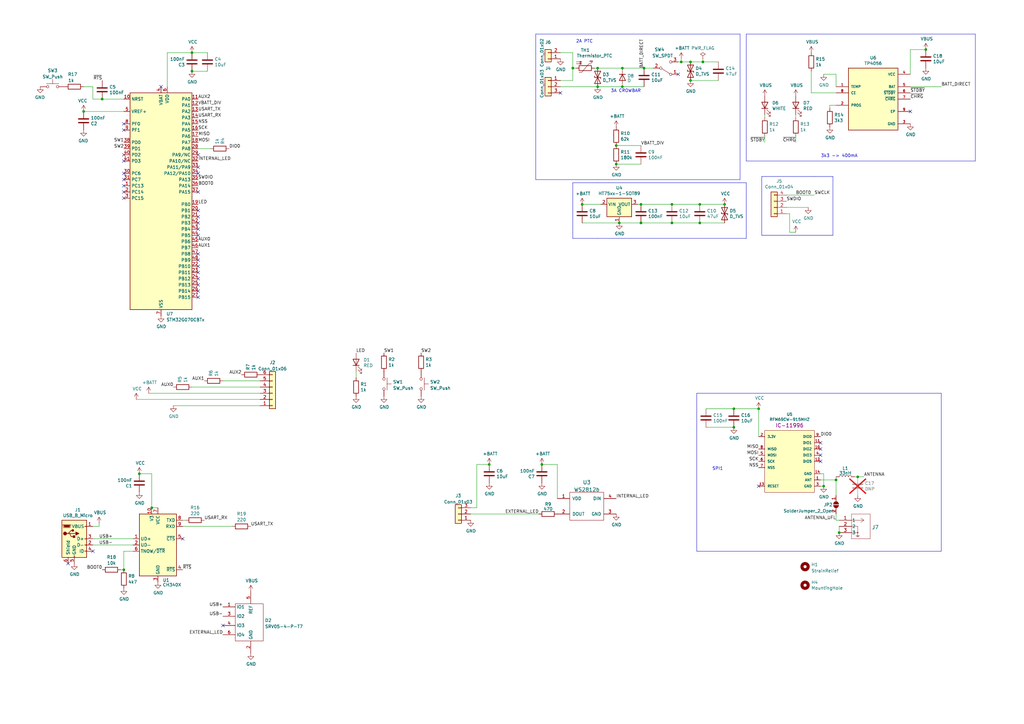
<source format=kicad_sch>
(kicad_sch (version 20230121) (generator eeschema)
  (paper "A3")
  (junction (at 234.95 27.94))
  (junction (at 34.29 45.72))
  (junction (at 283.21 25.4))
  (junction (at 264.16 27.94))
  (junction (at 62.23 208.28))
  (junction (at 245.11 35.56))
  (junction (at 379.73 20.32))
  (junction (at 252.73 67.31))
  (junction (at 344.17 218.44))
  (junction (at 351.79 195.58))
  (junction (at 78.74 21.59))
  (junction (at 311.15 167.64))
  (junction (at 287.02 83.82))
  (junction (at 275.59 91.44))
  (junction (at 300.99 175.26))
  (junction (at 200.66 190.5))
  (junction (at 297.18 83.82))
  (junction (at 78.74 29.21))
  (junction (at 288.29 25.4))
  (junction (at 238.76 83.82))
  (junction (at 275.59 83.82))
  (junction (at 342.9 196.85))
  (junction (at 41.91 40.64))
  (junction (at 255.27 27.94))
  (junction (at 283.21 33.02))
  (junction (at 245.11 27.94))
  (junction (at 262.89 83.82))
  (junction (at 262.89 91.44))
  (junction (at 255.27 35.56))
  (junction (at 57.15 194.31))
  (junction (at 222.25 190.5))
  (junction (at 300.99 167.64))
  (junction (at 337.82 199.39))
  (junction (at 279.4 25.4))
  (junction (at 287.02 91.44))
  (junction (at 252.73 59.69))
  (junction (at 50.8 233.68))
  (junction (at 254 91.44))
  (no_connect (at 81.28 91.44))
  (no_connect (at 336.55 186.69))
  (no_connect (at 81.28 68.58))
  (no_connect (at 81.28 119.38))
  (no_connect (at 38.1 226.06))
  (no_connect (at 50.8 78.74))
  (no_connect (at 50.8 73.66))
  (no_connect (at 50.8 71.12))
  (no_connect (at 81.28 96.52))
  (no_connect (at 81.28 86.36))
  (no_connect (at 278.13 30.48))
  (no_connect (at 336.55 181.61))
  (no_connect (at 81.28 114.3))
  (no_connect (at 50.8 53.34))
  (no_connect (at 81.28 109.22))
  (no_connect (at 311.15 199.39))
  (no_connect (at 336.55 184.15))
  (no_connect (at 81.28 63.5))
  (no_connect (at 81.28 88.9))
  (no_connect (at 81.28 111.76))
  (no_connect (at 81.28 93.98))
  (no_connect (at 50.8 81.28))
  (no_connect (at 373.38 45.72))
  (no_connect (at 66.04 35.56))
  (no_connect (at 81.28 78.74))
  (no_connect (at 27.94 231.14))
  (no_connect (at 50.8 50.8))
  (no_connect (at 81.28 71.12))
  (no_connect (at 50.8 76.2))
  (no_connect (at 50.8 66.04))
  (no_connect (at 229.87 38.1))
  (no_connect (at 81.28 106.68))
  (no_connect (at 81.28 116.84))
  (no_connect (at 74.93 220.98))
  (no_connect (at 336.55 189.23))
  (no_connect (at 81.28 121.92))
  (no_connect (at 91.44 256.54))
  (no_connect (at 50.8 63.5))
  (no_connect (at 81.28 104.14))
  (wire (pts (xy 311.15 179.07) (xy 311.15 167.64)))
  (wire (pts (xy 373.38 20.32) (xy 379.73 20.32)))
  (wire (pts (xy 200.66 190.5) (xy 195.58 190.5)))
  (wire (pts (xy 300.99 175.26) (xy 289.56 175.26)))
  (wire (pts (xy 340.36 44.45) (xy 340.36 43.18)))
  (polyline (pts (xy 400.05 13.97) (xy 400.05 66.04)))
  (wire (pts (xy 342.9 196.85) (xy 342.9 203.2)))
  (wire (pts (xy 326.39 48.26) (xy 326.39 46.99)))
  (wire (pts (xy 288.29 24.13) (xy 288.29 25.4)))
  (wire (pts (xy 342.9 210.82) (xy 342.9 213.36)))
  (wire (pts (xy 351.79 195.58) (xy 350.52 195.58)))
  (wire (pts (xy 323.85 95.25) (xy 323.85 87.63)))
  (wire (pts (xy 275.59 83.82) (xy 287.02 83.82)))
  (wire (pts (xy 38.1 40.64) (xy 41.91 40.64)))
  (polyline (pts (xy 334.01 72.39) (xy 341.63 72.39)))
  (wire (pts (xy 195.58 190.5) (xy 195.58 208.28)))
  (wire (pts (xy 222.25 190.5) (xy 228.6 190.5)))
  (wire (pts (xy 68.58 35.56) (xy 68.58 21.59)))
  (polyline (pts (xy 306.07 66.04) (xy 400.05 66.04)))
  (polyline (pts (xy 234.95 74.93) (xy 234.95 97.79)))
  (wire (pts (xy 262.89 67.31) (xy 252.73 67.31)))
  (polyline (pts (xy 234.95 97.79) (xy 245.11 97.79)))
  (wire (pts (xy 342.9 38.1) (xy 332.74 38.1)))
  (wire (pts (xy 34.29 35.56) (xy 38.1 35.56)))
  (polyline (pts (xy 285.75 161.29) (xy 386.08 161.29)))
  (wire (pts (xy 78.74 158.75) (xy 106.68 158.75)))
  (wire (pts (xy 344.17 215.9) (xy 344.17 218.44)))
  (wire (pts (xy 95.25 215.9) (xy 74.93 215.9)))
  (wire (pts (xy 50.8 226.06) (xy 50.8 233.68)))
  (polyline (pts (xy 341.63 96.52) (xy 334.01 96.52)))
  (polyline (pts (xy 285.75 226.06) (xy 285.75 161.29)))
  (wire (pts (xy 54.61 226.06) (xy 50.8 226.06)))
  (wire (pts (xy 313.69 48.26) (xy 313.69 46.99)))
  (wire (pts (xy 337.82 30.48) (xy 342.9 30.48)))
  (wire (pts (xy 91.44 156.21) (xy 106.68 156.21)))
  (polyline (pts (xy 400.05 13.97) (xy 306.07 13.97)))
  (wire (pts (xy 326.39 95.25) (xy 323.85 95.25)))
  (wire (pts (xy 38.1 220.98) (xy 54.61 220.98)))
  (wire (pts (xy 40.64 215.9) (xy 38.1 215.9)))
  (wire (pts (xy 62.23 194.31) (xy 62.23 208.28)))
  (wire (pts (xy 229.87 33.02) (xy 234.95 33.02)))
  (wire (pts (xy 287.02 83.82) (xy 297.18 83.82)))
  (wire (pts (xy 261.62 83.82) (xy 262.89 83.82)))
  (wire (pts (xy 193.04 210.82) (xy 220.98 210.82)))
  (wire (pts (xy 337.82 194.31) (xy 337.82 199.39)))
  (wire (pts (xy 81.28 60.96) (xy 86.36 60.96)))
  (wire (pts (xy 264.16 27.94) (xy 267.97 27.94)))
  (wire (pts (xy 254 91.44) (xy 262.89 91.44)))
  (wire (pts (xy 38.1 35.56) (xy 38.1 40.64)))
  (wire (pts (xy 323.85 87.63) (xy 322.58 87.63)))
  (wire (pts (xy 229.87 21.59) (xy 234.95 21.59)))
  (polyline (pts (xy 341.63 72.39) (xy 341.63 96.52)))
  (wire (pts (xy 106.68 166.37) (xy 71.12 166.37)))
  (wire (pts (xy 287.02 91.44) (xy 297.18 91.44)))
  (polyline (pts (xy 306.07 74.93) (xy 306.07 97.79)))
  (polyline (pts (xy 245.11 74.93) (xy 306.07 74.93)))
  (polyline (pts (xy 312.42 96.52) (xy 312.42 72.39)))
  (wire (pts (xy 255.27 35.56) (xy 245.11 35.56)))
  (wire (pts (xy 262.89 59.69) (xy 252.73 59.69)))
  (wire (pts (xy 279.4 25.4) (xy 283.21 25.4)))
  (wire (pts (xy 234.95 27.94) (xy 234.95 33.02)))
  (wire (pts (xy 60.96 161.29) (xy 106.68 161.29)))
  (polyline (pts (xy 334.01 96.52) (xy 312.42 96.52)))
  (wire (pts (xy 288.29 25.4) (xy 294.64 25.4)))
  (polyline (pts (xy 245.11 74.93) (xy 234.95 74.93)))
  (wire (pts (xy 373.38 30.48) (xy 373.38 20.32)))
  (wire (pts (xy 228.6 190.5) (xy 228.6 204.47)))
  (wire (pts (xy 336.55 196.85) (xy 342.9 196.85)))
  (wire (pts (xy 279.4 25.4) (xy 279.4 24.13)))
  (wire (pts (xy 283.21 33.02) (xy 294.64 33.02)))
  (polyline (pts (xy 245.11 97.79) (xy 306.07 97.79)))
  (wire (pts (xy 342.9 213.36) (xy 344.17 213.36)))
  (wire (pts (xy 245.11 27.94) (xy 255.27 27.94)))
  (wire (pts (xy 313.69 58.42) (xy 313.69 55.88)))
  (wire (pts (xy 340.36 43.18) (xy 342.9 43.18)))
  (wire (pts (xy 342.9 30.48) (xy 342.9 35.56)))
  (wire (pts (xy 49.53 233.68) (xy 50.8 233.68)))
  (wire (pts (xy 146.05 154.94) (xy 146.05 152.4)))
  (wire (pts (xy 255.27 27.94) (xy 264.16 27.94)))
  (wire (pts (xy 229.87 35.56) (xy 245.11 35.56)))
  (wire (pts (xy 55.88 163.83) (xy 106.68 163.83)))
  (wire (pts (xy 337.82 199.39) (xy 336.55 199.39)))
  (polyline (pts (xy 245.11 13.97) (xy 303.53 13.97)))
  (wire (pts (xy 38.1 223.52) (xy 54.61 223.52)))
  (polyline (pts (xy 386.08 226.06) (xy 386.08 161.29)))
  (wire (pts (xy 278.13 25.4) (xy 279.4 25.4)))
  (wire (pts (xy 288.29 25.4) (xy 283.21 25.4)))
  (wire (pts (xy 195.58 208.28) (xy 193.04 208.28)))
  (wire (pts (xy 40.64 214.63) (xy 40.64 215.9)))
  (wire (pts (xy 234.95 27.94) (xy 236.22 27.94)))
  (polyline (pts (xy 219.71 13.97) (xy 219.71 73.66)))
  (wire (pts (xy 68.58 21.59) (xy 78.74 21.59)))
  (wire (pts (xy 336.55 194.31) (xy 337.82 194.31)))
  (polyline (pts (xy 312.42 72.39) (xy 334.01 72.39)))
  (wire (pts (xy 76.2 213.36) (xy 74.93 213.36)))
  (wire (pts (xy 264.16 35.56) (xy 255.27 35.56)))
  (wire (pts (xy 326.39 58.42) (xy 326.39 55.88)))
  (wire (pts (xy 234.95 21.59) (xy 234.95 27.94)))
  (polyline (pts (xy 303.53 73.66) (xy 303.53 13.97)))
  (wire (pts (xy 332.74 38.1) (xy 332.74 29.21)))
  (wire (pts (xy 311.15 167.64) (xy 300.99 167.64)))
  (wire (pts (xy 386.08 35.56) (xy 373.38 35.56)))
  (wire (pts (xy 41.91 40.64) (xy 50.8 40.64)))
  (wire (pts (xy 289.56 167.64) (xy 300.99 167.64)))
  (wire (pts (xy 238.76 83.82) (xy 246.38 83.82)))
  (wire (pts (xy 34.29 45.72) (xy 50.8 45.72)))
  (wire (pts (xy 57.15 194.31) (xy 62.23 194.31)))
  (wire (pts (xy 334.01 80.01) (xy 322.58 80.01)))
  (wire (pts (xy 275.59 91.44) (xy 287.02 91.44)))
  (wire (pts (xy 78.74 29.21) (xy 85.09 29.21)))
  (wire (pts (xy 78.74 21.59) (xy 85.09 21.59)))
  (polyline (pts (xy 245.11 13.97) (xy 219.71 13.97)))
  (wire (pts (xy 342.9 196.85) (xy 342.9 195.58)))
  (polyline (pts (xy 306.07 66.04) (xy 306.07 13.97)))
  (polyline (pts (xy 245.11 73.66) (xy 303.53 73.66)))
  (polyline (pts (xy 285.75 226.06) (xy 386.08 226.06)))
  (wire (pts (xy 243.84 27.94) (xy 245.11 27.94)))
  (wire (pts (xy 331.47 85.09) (xy 322.58 85.09)))
  (wire (pts (xy 62.23 208.28) (xy 64.77 208.28)))
  (wire (pts (xy 354.33 195.58) (xy 351.79 195.58)))
  (polyline (pts (xy 219.71 73.66) (xy 245.11 73.66)))
  (wire (pts (xy 254 91.44) (xy 238.76 91.44)))
  (wire (pts (xy 262.89 91.44) (xy 275.59 91.44)))
  (wire (pts (xy 262.89 83.82) (xy 275.59 83.82)))
  (text "3k3 -> 400mA" (at 351.79 64.77 0) (effects (font (size 1.27 1.27)) (justify right bottom)))
  (text "3A CROWBAR" (at 262.89 38.1 0) (effects (font (size 1.27 1.27)) (justify right bottom)))
  (text "SPI1" (at 292.1 193.04 0) (effects (font (size 1.27 1.27)) (justify left bottom)))
  (text "2A PTC" (at 236.22 17.78 0) (effects (font (size 1.27 1.27)) (justify left bottom)))
  (label "NSS" (at 311.15 191.77 180))
  (label "USART_TX" (at 81.28 45.72 0))
  (label "MOSI" (at 81.28 58.42 0))
  (label "EXTERNAL_LED" (at 220.98 210.82 180))
  (label "NSS" (at 81.28 50.8 0))
  (label "INTERNAL_LED" (at 81.28 66.04 0))
  (label "AUX0" (at 81.28 99.06 0))
  (label "SW1" (at 157.48 144.78 0))
  (label "SWDIO" (at 81.28 73.66 0))
  (label "SWCLK" (at 334.01 80.01 0))
  (label "~{RTS}" (at 74.93 233.68 0))
  (label "ANTENNA_UFL" (at 342.9 213.36 180))
  (label "USB+" (at 40.64 220.98 0))
  (label "USART_TX" (at 102.87 215.9 0))
  (label "DIO0" (at 93.98 60.96 0))
  (label "USART_RX" (at 81.28 48.26 0))
  (label "AUX1" (at 81.28 101.6 0))
  (label "INTERNAL_LED" (at 252.73 204.47 0))
  (label "MISO" (at 81.28 55.88 0))
  (label "SCK" (at 311.15 189.23 180))
  (label "ANTENNA" (at 354.33 195.58 0))
  (label "MISO" (at 311.15 184.15 180))
  (label "LED" (at 146.05 144.78 0))
  (label "MOSI" (at 311.15 186.69 180))
  (label "SCK" (at 81.28 53.34 0))
  (label "AUX2" (at 81.28 40.64 0))
  (label "LED" (at 81.28 83.82 0))
  (label "VBATT_DIV" (at 262.89 59.69 0))
  (label "SW1" (at 50.8 58.42 180))
  (label "VBATT_DIV" (at 81.28 43.18 0))
  (label "DIO0" (at 336.55 179.07 0))
  (label "USB-" (at 91.44 252.73 180))
  (label "BOOT0" (at 81.28 76.2 0))
  (label "USB-" (at 40.64 223.52 0))
  (label "EXTERNAL_LED" (at 91.44 260.35 180))
  (label "BOOT0" (at 326.39 80.01 0))
  (label "SWDIO" (at 322.58 82.55 0))
  (label "~{CHRG}" (at 373.38 40.64 0))
  (label "BATT_DIRECT" (at 386.08 35.56 0))
  (label "SW2" (at 172.72 144.78 0))
  (label "AUX1" (at 83.82 156.21 180))
  (label "USB+" (at 91.44 248.92 180))
  (label "SW2" (at 50.8 60.96 180))
  (label "AUX2" (at 99.06 153.67 180))
  (label "~{CHRG}" (at 326.39 58.42 180))
  (label "BATT_DIRECT" (at 264.16 27.94 90))
  (label "~{RTS}" (at 41.91 33.02 180))
  (label "~{STDBY}" (at 373.38 38.1 0))
  (label "USART_RX" (at 83.82 213.36 0))
  (label "BOOT0" (at 41.91 233.68 180))
  (label "AUX0" (at 71.12 158.75 180))
  (label "~{STDBY}" (at 313.69 58.42 180))
  (symbol (lib_id "controller-rescue:RFM69CW-915MHZ-SparkFun-RF") (at 323.85 189.23 0) (unit 1)
    (property "Reference" "U5" (at 323.85 169.926 0) (effects (font (size 1.143 1.143))))
    (property "Value" "RFM69CW-915MHZ" (at 323.85 172.0596 0) (effects (font (size 1.143 1.143))))
    (property "Footprint" "RFM69CW-XXXS2" (effects hide))
    (property "Field4" "IC-11996" (at 323.85 174.4726 0) (effects (font (size 1.524 1.524))))
  )
  (symbol (lib_id "Device:C") (at 300.99 171.45 180) (unit 1)
    (property "Reference" "C16" (at 303.911 170.2816 0) (effects (justify right)))
    (property "Value" "10uF" (at 303.911 172.593 0) (effects (justify right)))
    (property "Footprint" "Capacitor_SMD:C_0603_1608Metric" (effects hide))
    (property "LCSC" "C96446" (effects hide))
  )
  (symbol (lib_id "power:VCC") (at 311.15 167.64 0) (unit 1)
    (property "Reference" "#PWR038" (effects hide))
    (property "Value" "VCC" (at 311.531 163.2458 0))
  )
  (symbol (lib_id "power:GND") (at 300.99 175.26 0) (unit 1)
    (property "Reference" "#PWR036" (effects hide))
    (property "Value" "GND" (at 301.117 179.6542 0))
  )
  (symbol (lib_id "Device:C") (at 289.56 171.45 0) (unit 1)
    (property "Reference" "C15" (at 292.481 170.2816 0) (effects (justify left)))
    (property "Value" "100nF" (at 292.481 172.593 0) (effects (justify left)))
    (property "Footprint" "Capacitor_SMD:C_0402_1005Metric_Pad0.74x0.62mm_HandSolder" (effects hide))
    (property "LCSC" "C307331" (effects hide))
  )
  (symbol (lib_id "power:GND") (at 337.82 199.39 0) (unit 1)
    (property "Reference" "#PWR042" (effects hide))
    (property "Value" "GND" (at 337.947 203.7842 0))
  )
  (symbol (lib_id "Regulator_Linear:HT75xx-1-SOT89") (at 254 86.36 0) (unit 1)
    (property "Reference" "U4" (at 254 77.0382 0))
    (property "Value" "HT75xx-1-SOT89" (at 254 79.3496 0))
    (property "Footprint" "Package_TO_SOT_SMD:SOT-89-3" (effects hide))
    (property "Datasheet" "https://www.holtek.com/documents/10179/116711/HT75xx-1v250.pdf" (effects hide))
    (property "LCSC" "C14289" (effects hide))
  )
  (symbol (lib_id "power:GND") (at 245.11 35.56 0) (unit 1)
    (property "Reference" "#PWR030" (effects hide))
    (property "Value" "GND" (at 245.237 39.9542 0))
  )
  (symbol (lib_id "Device:C") (at 264.16 31.75 180) (unit 1)
    (property "Reference" "C11" (at 267.081 30.5816 0) (effects (justify right)))
    (property "Value" "10uF" (at 267.081 32.893 0) (effects (justify right)))
    (property "Footprint" "Capacitor_SMD:C_0603_1608Metric" (effects hide))
    (property "LCSC" "C96446" (effects hide))
  )
  (symbol (lib_id "Device:C") (at 238.76 87.63 180) (unit 1)
    (property "Reference" "C8" (at 241.681 86.4616 0) (effects (justify right)))
    (property "Value" "10uF" (at 241.681 88.773 0) (effects (justify right)))
    (property "Footprint" "Capacitor_SMD:C_0603_1608Metric" (effects hide))
    (property "LCSC" "C96446" (effects hide))
  )
  (symbol (lib_id "power:GND") (at 254 91.44 0) (unit 1)
    (property "Reference" "#PWR031" (effects hide))
    (property "Value" "GND" (at 254.127 95.8342 0))
  )
  (symbol (lib_id "Device:C") (at 275.59 87.63 180) (unit 1)
    (property "Reference" "C12" (at 278.511 86.4616 0) (effects (justify right)))
    (property "Value" "10uF" (at 278.511 88.773 0) (effects (justify right)))
    (property "Footprint" "Capacitor_SMD:C_0603_1608Metric" (effects hide))
    (property "LCSC" "C96446" (effects hide))
  )
  (symbol (lib_id "power:VCC") (at 297.18 83.82 0) (unit 1)
    (property "Reference" "#PWR034" (effects hide))
    (property "Value" "VCC" (at 297.561 79.4258 0))
  )
  (symbol (lib_id "Device:Thermistor_PTC") (at 240.03 27.94 270) (unit 1)
    (property "Reference" "TH1" (at 240.03 20.574 90))
    (property "Value" "Thermistor_PTC" (at 243.84 22.86 90))
    (property "Footprint" "Fuse:Fuse_1812_4532Metric_Pad1.30x3.40mm_HandSolder" (effects hide))
    (property "LCSC" "C89650" (effects hide))
  )
  (symbol (lib_id "power:+BATT") (at 238.76 83.82 0) (unit 1)
    (property "Reference" "#PWR026" (effects hide))
    (property "Value" "+BATT" (at 239.141 79.4258 0))
  )
  (symbol (lib_id "controller-rescue:TP4056-snapeda-TP4056") (at 358.14 40.64 0) (unit 1)
    (property "Reference" "U6" (at 358.14 23.6982 0))
    (property "Value" "TP4056" (at 358.14 26.0096 0))
    (property "Footprint" "Homebrew:SOP-8_3.9x4.9mm_P1.27mm_Thermal" (effects hide))
    (property "MAXIMUM_PACKAGE_HEIGHT" "1.75mm" (effects hide))
    (property "STANDARD" "IPC 7351B" (effects hide))
    (property "MANUFACTURER" "NanJing Top Power ASIC Corp." (effects hide))
    (property "LCSC" "C382139" (effects hide))
  )
  (symbol (lib_id "Device:C") (at 379.73 24.13 180) (unit 1)
    (property "Reference" "C18" (at 382.651 22.9616 0) (effects (justify right)))
    (property "Value" "10uF" (at 382.651 25.273 0) (effects (justify right)))
    (property "Footprint" "Capacitor_SMD:C_0603_1608Metric" (effects hide))
    (property "LCSC" "C96446" (effects hide))
  )
  (symbol (lib_id "power:GND") (at 373.38 50.8 0) (unit 1)
    (property "Reference" "#PWR043" (effects hide))
    (property "Value" "GND" (at 373.507 55.1942 0))
  )
  (symbol (lib_id "power:VBUS") (at 379.73 20.32 0) (unit 1)
    (property "Reference" "#PWR044" (effects hide))
    (property "Value" "VBUS" (at 380.111 15.9258 0))
  )
  (symbol (lib_id "power:GND") (at 379.73 27.94 0) (unit 1)
    (property "Reference" "#PWR045" (effects hide))
    (property "Value" "GND" (at 379.857 32.3342 0))
  )
  (symbol (lib_id "Device:R") (at 340.36 48.26 0) (unit 1)
    (property "Reference" "R14" (at 342.138 47.0916 0) (effects (justify left)))
    (property "Value" "3k3" (at 342.138 49.403 0) (effects (justify left)))
    (property "Footprint" "Resistor_SMD:R_0603_1608Metric" (effects hide))
    (property "LCSC" "C22978" (effects hide))
  )
  (symbol (lib_id "power:GND") (at 340.36 52.07 0) (unit 1)
    (property "Reference" "#PWR041" (effects hide))
    (property "Value" "GND" (at 340.487 56.4642 0))
  )
  (symbol (lib_id "Device:LED") (at 326.39 43.18 90) (unit 1)
    (property "Reference" "D7" (at 329.3872 42.1894 90) (effects (justify right)))
    (property "Value" "RED" (at 329.3872 44.5008 90) (effects (justify right)))
    (property "Footprint" "LED_SMD:LED_0603_1608Metric" (effects hide))
    (property "LCSC" "C2286" (effects hide))
  )
  (symbol (lib_id "Device:R") (at 326.39 52.07 0) (unit 1)
    (property "Reference" "R13" (at 328.168 50.9016 0) (effects (justify left)))
    (property "Value" "1k" (at 328.168 53.213 0) (effects (justify left)))
    (property "Footprint" "Resistor_SMD:R_0402_1005Metric" (effects hide))
    (property "LCSC" "C11702" (effects hide))
  )
  (symbol (lib_id "power:VBUS") (at 313.69 39.37 0) (unit 1)
    (property "Reference" "#PWR035" (effects hide))
    (property "Value" "VBUS" (at 314.071 34.9758 0))
  )
  (symbol (lib_id "Device:LED") (at 313.69 43.18 90) (unit 1)
    (property "Reference" "D6" (at 316.6872 42.1894 90) (effects (justify right)))
    (property "Value" "WHITE" (at 316.6872 44.5008 90) (effects (justify right)))
    (property "Footprint" "LED_SMD:LED_0603_1608Metric" (effects hide))
    (property "LCSC" "C2290" (effects hide))
  )
  (symbol (lib_id "Device:R") (at 313.69 52.07 0) (unit 1)
    (property "Reference" "R12" (at 315.468 50.9016 0) (effects (justify left)))
    (property "Value" "1k" (at 315.468 53.213 0) (effects (justify left)))
    (property "Footprint" "Resistor_SMD:R_0402_1005Metric" (effects hide))
    (property "LCSC" "C11702" (effects hide))
  )
  (symbol (lib_id "power:GND") (at 337.82 30.48 0) (unit 1)
    (property "Reference" "#PWR040" (effects hide))
    (property "Value" "GND" (at 337.947 34.8742 0))
  )
  (symbol (lib_id "power:+BATT") (at 279.4 24.13 0) (unit 1)
    (property "Reference" "#PWR032" (effects hide))
    (property "Value" "+BATT" (at 279.781 19.7358 0))
  )
  (symbol (lib_id "Device:R") (at 252.73 55.88 0) (unit 1)
    (property "Reference" "R10" (at 254.508 54.7116 0) (effects (justify left)))
    (property "Value" "62k" (at 254.508 57.023 0) (effects (justify left)))
    (property "Footprint" "Resistor_SMD:R_0603_1608Metric" (effects hide))
    (property "LCSC" "C23221" (effects hide))
  )
  (symbol (lib_id "Device:R") (at 252.73 63.5 0) (unit 1)
    (property "Reference" "R11" (at 254.508 62.3316 0) (effects (justify left)))
    (property "Value" "180k" (at 254.508 64.643 0) (effects (justify left)))
    (property "Footprint" "Resistor_SMD:R_0603_1608Metric" (effects hide))
    (property "LCSC" "C22827" (effects hide))
  )
  (symbol (lib_id "power:+BATT") (at 252.73 52.07 0) (unit 1)
    (property "Reference" "#PWR027" (effects hide))
    (property "Value" "+BATT" (at 253.111 47.6758 0))
  )
  (symbol (lib_id "power:GND") (at 252.73 67.31 0) (unit 1)
    (property "Reference" "#PWR028" (effects hide))
    (property "Value" "GND" (at 252.857 71.7042 0))
  )
  (symbol (lib_id "Device:C") (at 262.89 87.63 0) (unit 1)
    (property "Reference" "C13" (at 265.811 86.4616 0) (effects (justify left)))
    (property "Value" "100nF" (at 265.811 88.773 0) (effects (justify left)))
    (property "Footprint" "Capacitor_SMD:C_0402_1005Metric_Pad0.74x0.62mm_HandSolder" (effects hide))
    (property "LCSC" "C307331" (effects hide))
  )
  (symbol (lib_id "power:GND") (at 30.48 231.14 0) (unit 1)
    (property "Reference" "#PWR03" (effects hide))
    (property "Value" "GND" (at 30.607 235.5342 0))
  )
  (symbol (lib_id "Connector_Generic:Conn_01x04") (at 317.5 85.09 180) (unit 1)
    (property "Reference" "J5" (at 319.5828 74.295 0))
    (property "Value" "Conn_01x04" (at 319.5828 76.6064 0))
    (property "Footprint" "Connector_PinHeader_2.54mm:PinHeader_1x04_P2.54mm_Vertical" (effects hide))
  )
  (symbol (lib_id "power:GND") (at 331.47 85.09 0) (unit 1)
    (property "Reference" "#PWR039" (effects hide))
    (property "Value" "GND" (at 331.597 89.4842 0))
  )
  (symbol (lib_id "power:VCC") (at 326.39 95.25 0) (unit 1)
    (property "Reference" "#PWR037" (effects hide))
    (property "Value" "VCC" (at 326.771 90.8558 0))
  )
  (symbol (lib_id "power:VBUS") (at 40.64 214.63 0) (unit 1)
    (property "Reference" "#PWR06" (effects hide))
    (property "Value" "VBUS" (at 41.021 210.2358 0))
  )
  (symbol (lib_id "Connector:USB_B_Micro") (at 30.48 220.98 0) (unit 1)
    (property "Reference" "J1" (at 31.9278 209.1182 0))
    (property "Value" "USB_B_Micro" (at 31.9278 211.4296 0))
    (property "Footprint" "Homebrew:FRAMATOME_10118194-0001LF_fixed_bridges" (effects hide))
    (property "LCSC" "C132563" (effects hide))
  )
  (symbol (lib_id "Device:C") (at 41.91 36.83 0) (unit 1)
    (property "Reference" "C5" (at 44.831 35.6616 0) (effects (justify left)))
    (property "Value" "100nF" (at 44.831 37.973 0) (effects (justify left)))
    (property "Footprint" "Capacitor_SMD:C_0402_1005Metric_Pad0.74x0.62mm_HandSolder" (effects hide))
    (property "LCSC" "C307331" (effects hide))
  )
  (symbol (lib_id "power:GND") (at 71.12 166.37 0) (unit 1)
    (property "Reference" "#PWR013" (effects hide))
    (property "Value" "GND" (at 71.247 170.7642 0))
  )
  (symbol (lib_id "power:VCC") (at 55.88 163.83 0) (unit 1)
    (property "Reference" "#PWR08" (effects hide))
    (property "Value" "VCC" (at 56.261 159.4358 0))
  )
  (symbol (lib_id "power:+BATT") (at 60.96 161.29 0) (unit 1)
    (property "Reference" "#PWR011" (effects hide))
    (property "Value" "+BATT" (at 61.341 156.8958 0))
  )
  (symbol (lib_id "Device:D_TVS") (at 297.18 87.63 270) (unit 1)
    (property "Reference" "D5" (at 299.212 86.4616 90) (effects (justify left)))
    (property "Value" "D_TVS" (at 299.212 88.773 90) (effects (justify left)))
    (property "Footprint" "Diode_SMD:D_SMB" (effects hide))
    (property "LCSC" "C78395" (effects hide))
  )
  (symbol (lib_id "Device:D_TVS") (at 283.21 29.21 270) (unit 1)
    (property "Reference" "D4" (at 285.242 28.0416 90) (effects (justify left)))
    (property "Value" "D_TVS" (at 285.242 30.353 90) (effects (justify left)))
    (property "Footprint" "Diode_SMD:D_SMB" (effects hide))
    (property "LCSC" "C78395" (effects hide))
  )
  (symbol (lib_id "power:GND") (at 283.21 33.02 0) (unit 1)
    (property "Reference" "#PWR033" (effects hide))
    (property "Value" "GND" (at 283.337 37.4142 0))
  )
  (symbol (lib_id "Device:D_TVS") (at 245.11 31.75 270) (unit 1)
    (property "Reference" "D3" (at 247.142 30.5816 90) (effects (justify left)))
    (property "Value" "D_TVS" (at 247.142 32.893 90) (effects (justify left)))
    (property "Footprint" "Diode_SMD:D_SMB" (effects hide))
    (property "LCSC" "C78395" (effects hide))
  )
  (symbol (lib_id "Mechanical:MountingHole") (at 330.2 240.03 0) (unit 1)
    (property "Reference" "H4" (at 332.74 238.8616 0) (effects (justify left)))
    (property "Value" "MountingHole" (at 332.74 241.173 0) (effects (justify left)))
    (property "Footprint" "MountingHole:MountingHole_3.2mm_M3" (effects hide))
  )
  (symbol (lib_id "power:PWR_FLAG") (at 288.29 24.13 0) (unit 1)
    (property "Reference" "#FLG01" (effects hide))
    (property "Value" "PWR_FLAG" (at 288.29 19.7358 0))
  )
  (symbol (lib_id "power:GND") (at 200.66 198.12 0) (unit 1)
    (property "Reference" "#PWR023" (effects hide))
    (property "Value" "GND" (at 200.787 202.5142 0))
  )
  (symbol (lib_id "Device:C") (at 200.66 194.31 180) (unit 1)
    (property "Reference" "C6" (at 203.581 193.1416 0) (effects (justify right)))
    (property "Value" "10uF" (at 203.581 195.453 0) (effects (justify right)))
    (property "Footprint" "Capacitor_SMD:C_0603_1608Metric" (effects hide))
    (property "LCSC" "C96446" (effects hide))
  )
  (symbol (lib_id "power:GND") (at 57.15 201.93 0) (unit 1)
    (property "Reference" "#PWR010" (effects hide))
    (property "Value" "GND" (at 57.277 206.3242 0))
  )
  (symbol (lib_id "Device:R") (at 146.05 158.75 0) (unit 1)
    (property "Reference" "R1" (at 147.828 157.5816 0) (effects (justify left)))
    (property "Value" "1k" (at 147.828 159.893 0) (effects (justify left)))
    (property "Footprint" "Resistor_SMD:R_0402_1005Metric" (effects hide))
    (property "LCSC" "C11702" (effects hide))
  )
  (symbol (lib_id "Device:R") (at 87.63 156.21 90) (unit 1)
    (property "Reference" "R6" (at 86.4616 154.432 0) (effects (justify left)))
    (property "Value" "1k" (at 88.773 154.432 0) (effects (justify left)))
    (property "Footprint" "Resistor_SMD:R_0402_1005Metric" (effects hide))
    (property "LCSC" "C11702" (effects hide))
  )
  (symbol (lib_id "power:GND") (at 351.79 203.2 0) (unit 1)
    (property "Reference" "#PWR046" (effects hide))
    (property "Value" "GND" (at 351.917 207.5942 0))
  )
  (symbol (lib_id "Mechanical:MountingHole") (at 330.2 232.41 0) (unit 1)
    (property "Reference" "H1" (at 332.74 231.5753 0) (effects (justify left)))
    (property "Value" "StrainRelief" (at 332.74 234.1122 0) (effects (justify left)))
    (property "Footprint" "Homebrew:3_pin_2.54mm_pitch_strain_relief" (effects hide))
  )
  (symbol (lib_id "power:GND") (at 222.25 198.12 0) (unit 1)
    (property "Reference" "#PWR025" (effects hide))
    (property "Value" "GND" (at 222.377 202.5142 0))
  )
  (symbol (lib_id "Connector_Generic:Conn_01x03") (at 224.79 35.56 0) (mirror y) (unit 1)
    (property "Reference" "J4" (at 224.79 28.0502 0))
    (property "Value" "Conn_01x03" (at 222.25 34.29 90))
    (property "Footprint" "Homebrew:MiniPV_78208-X03XXX_1x03_P2.54mm_Polarized_Horizontal" (effects hide))
  )
  (symbol (lib_id "Device:C") (at 287.02 87.63 180) (unit 1)
    (property "Reference" "C10" (at 289.941 86.4616 0) (effects (justify right)))
    (property "Value" "47uF" (at 289.941 88.773 0) (effects (justify right)))
    (property "Footprint" "Capacitor_SMD:C_1206_3216Metric" (effects hide))
    (property "LCSC" "C96123" (effects hide))
  )
  (symbol (lib_id "Device:R") (at 90.17 60.96 270) (mirror x) (unit 1)
    (property "Reference" "R4" (at 91.3384 59.182 0) (effects (justify left)))
    (property "Value" "1k" (at 89.027 59.182 0) (effects (justify left)))
    (property "Footprint" "Resistor_SMD:R_0402_1005Metric" (effects hide))
    (property "LCSC" "C11702" (effects hide))
  )
  (symbol (lib_id "power:+BATT") (at 222.25 190.5 0) (unit 1)
    (property "Reference" "#PWR024" (effects hide))
    (property "Value" "+BATT" (at 222.631 186.1058 0))
  )
  (symbol (lib_id "Device:L") (at 346.71 195.58 90) (unit 1)
    (property "Reference" "L1" (at 346.71 192.0647 90))
    (property "Value" "33nH" (at 346.71 193.9857 90))
    (property "Footprint" "Inductor_SMD:L_0402_1005Metric" (effects hide))
    (property "LCSC" "C113114" (effects hide))
  )
  (symbol (lib_id "power:GND") (at 34.29 53.34 0) (mirror y) (unit 1)
    (property "Reference" "#PWR017" (effects hide))
    (property "Value" "GND" (at 34.163 57.7342 0))
  )
  (symbol (lib_id "power:GND") (at 193.04 213.36 0) (unit 1)
    (property "Reference" "#PWR020" (effects hide))
    (property "Value" "GND" (at 193.167 217.7542 0))
  )
  (symbol (lib_id "Device:R") (at 80.01 213.36 270) (unit 1)
    (property "Reference" "R16" (at 80.01 208.1997 90))
    (property "Value" "220" (at 80.01 210.6239 90))
    (property "Footprint" "Resistor_SMD:R_0402_1005Metric" (effects hide))
    (property "LCSC" "C25091" (effects hide))
  )
  (symbol (lib_id "Device:R") (at 99.06 215.9 270) (unit 1)
    (property "Reference" "R19" (at 99.06 210.7397 90))
    (property "Value" "220" (at 99.06 213.1639 90))
    (property "Footprint" "Resistor_SMD:R_0402_1005Metric" (effects hide))
    (property "LCSC" "C25091" (effects hide))
  )
  (symbol (lib_id "power:+BATT") (at 200.66 190.5 0) (unit 1)
    (property "Reference" "#PWR022" (effects hide))
    (property "Value" "+BATT" (at 201.041 186.1058 0))
  )
  (symbol (lib_id "Device:C") (at 78.74 25.4 180) (unit 1)
    (property "Reference" "C3" (at 75.819 26.5684 0) (effects (justify left)))
    (property "Value" "100nF" (at 75.819 24.257 0) (effects (justify left)))
    (property "Footprint" "Capacitor_SMD:C_0402_1005Metric_Pad0.74x0.62mm_HandSolder" (effects hide))
    (property "LCSC" "C307331" (effects hide))
  )
  (symbol (lib_id "Connector_Generic:Conn_01x03") (at 187.96 210.82 180) (unit 1)
    (property "Reference" "J3" (at 187.96 203.3102 0))
    (property "Value" "Conn_01x03" (at 187.96 205.8471 0))
    (property "Footprint" "Connector_PinHeader_2.54mm:PinHeader_1x03_P2.54mm_Horizontal" (effects hide))
  )
  (symbol (lib_id "Switch:SW_Push") (at 157.48 157.48 270) (unit 1)
    (property "Reference" "SW1" (at 161.163 156.6453 90) (effects (justify left)))
    (property "Value" "SW_Push" (at 161.163 159.1822 90) (effects (justify left)))
    (property "Footprint" "Homebrew:SW_TACTILE_3mmx3.5mm_TS-1071SA-A4B3-D4" (effects hide))
    (property "LCSC" "C498310" (effects hide))
  )
  (symbol (lib_id "power:GND") (at 146.05 162.56 0) (unit 1)
    (property "Reference" "#PWR01" (effects hide))
    (property "Value" "GND" (at 146.177 166.9542 0))
  )
  (symbol (lib_id "Device:C") (at 351.79 199.39 0) (unit 1) (dnp yes)
    (property "Reference" "C17" (at 354.711 198.2216 0) (effects (justify left)))
    (property "Value" "DNP" (at 354.711 200.533 0) (effects (justify left)))
    (property "Footprint" "Capacitor_SMD:C_0402_1005Metric_Pad0.74x0.62mm_HandSolder" (effects hide))
  )
  (symbol (lib_id "power:VBUS") (at 326.39 39.37 0) (unit 1)
    (property "Reference" "#PWR047" (effects hide))
    (property "Value" "VBUS" (at 326.771 34.9758 0))
  )
  (symbol (lib_id "Device:R") (at 30.48 35.56 90) (unit 1)
    (property "Reference" "R17" (at 31.75 30.48 90) (effects (justify left)))
    (property "Value" "1k" (at 27.94 33.02 90) (effects (justify right)))
    (property "Footprint" "Resistor_SMD:R_0402_1005Metric" (effects hide))
    (property "LCSC" "C11702" (effects hide))
  )
  (symbol (lib_id "MCU_ST_STM32G0:STM32G070CBTx") (at 66.04 83.82 0) (unit 1)
    (property "Reference" "U7" (at 68.2341 128.7201 0) (effects (justify left)))
    (property "Value" "STM32G070CBTx" (at 68.2341 131.1443 0) (effects (justify left)))
    (property "Footprint" "Package_QFP:LQFP-48_7x7mm_P0.5mm" (effects hide))
    (property "Datasheet" "https://www.st.com/resource/en/datasheet/stm32g070cb.pdf" (effects hide))
    (property "LCSC" "C529338" (effects hide))
  )
  (symbol (lib_id "Homebrew:SRV05-4-P-T7") (at 102.87 254 0) (unit 1)
    (property "Reference" "D2" (at 108.6612 254.4353 0) (effects (justify left)))
    (property "Value" "SRV05-4-P-T7" (at 108.6612 256.9722 0) (effects (justify left)))
    (property "Footprint" "Package_TO_SOT_SMD:SOT-23-6" (effects hide))
    (property "Datasheet" "https://datasheet.lcsc.com/lcsc/1809192313_ProTek-Devices-SRV05-4-P-T7_C85364.pdf" (effects hide))
    (property "LCSC" "C85364" (effects hide))
  )
  (symbol (lib_id "power:GND") (at 64.77 238.76 0) (unit 1)
    (property "Reference" "#PWR012" (effects hide))
    (property "Value" "GND" (at 64.897 243.1542 0))
  )
  (symbol (lib_id "power:VCC") (at 78.74 21.59 0) (unit 1)
    (property "Reference" "#PWR018" (effects hide))
    (property "Value" "VCC" (at 79.121 17.1958 0))
  )
  (symbol (lib_id "Device:C") (at 262.89 63.5 0) (unit 1)
    (property "Reference" "C9" (at 265.811 62.3316 0) (effects (justify left)))
    (property "Value" "100nF" (at 265.811 64.643 0) (effects (justify left)))
    (property "Footprint" "Capacitor_SMD:C_0402_1005Metric_Pad0.74x0.62mm_HandSolder" (effects hide))
    (property "LCSC" "C307331" (effects hide))
  )
  (symbol (lib_id "power:GND") (at 344.17 218.44 0) (unit 1)
    (property "Reference" "#PWR049" (effects hide))
    (property "Value" "GND" (at 344.297 222.8342 0))
  )
  (symbol (lib_id "Switch:SW_SPDT") (at 273.05 27.94 0) (mirror x) (unit 1)
    (property "Reference" "SW4" (at 270.51 20.32 0))
    (property "Value" "SW_SPDT" (at 271.78 22.86 0))
    (property "Footprint" "Homebrew:SW_SLIDE_SPDT_K3-1204D-L" (effects hide))
    (property "LCSC" "C2909229" (effects hide))
  )
  (symbol (lib_id "power:GND") (at 50.8 241.3 0) (unit 1)
    (property "Reference" "#PWR015" (effects hide))
    (property "Value" "GND" (at 50.927 245.6942 0))
  )
  (symbol (lib_id "Interface_USB:CH340X") (at 64.77 223.52 0) (unit 1)
    (property "Reference" "U1" (at 66.7259 237.9425 0) (effects (justify left)))
    (property "Value" "CH340X" (at 66.7259 239.8635 0) (effects (justify left)))
    (property "Footprint" "Package_SO:MSOP-10_3x3mm_P0.5mm" (effects hide))
    (property "Datasheet" "https://cdn.sparkfun.com/assets/5/0/a/8/5/CH340DS1.PDF" (effects hide))
    (property "LCSC" "C3035748" (effects hide))
  )
  (symbol (lib_id "power:VCC") (at 57.15 194.31 0) (unit 1)
    (property "Reference" "#PWR09" (effects hide))
    (property "Value" "VCC" (at 57.531 189.9158 0))
  )
  (symbol (lib_id "power:GND") (at 172.72 162.56 0) (unit 1)
    (property "Reference" "#PWR07" (effects hide))
    (property "Value" "GND" (at 172.847 166.9542 0))
  )
  (symbol (lib_id "Device:R") (at 172.72 148.59 0) (unit 1)
    (property "Reference" "R3" (at 174.498 147.4216 0) (effects (justify left)))
    (property "Value" "1k" (at 174.498 149.733 0) (effects (justify left)))
    (property "Footprint" "Resistor_SMD:R_0402_1005Metric" (effects hide))
    (property "LCSC" "C11702" (effects hide))
  )
  (symbol (lib_id "Device:C") (at 294.64 29.21 180) (unit 1)
    (property "Reference" "C14" (at 297.561 28.0416 0) (effects (justify right)))
    (property "Value" "47uF" (at 297.561 30.353 0) (effects (justify right)))
    (property "Footprint" "Capacitor_SMD:C_1206_3216Metric" (effects hide))
    (property "LCSC" "C96123" (effects hide))
  )
  (symbol (lib_id "power:GND") (at 252.73 210.82 0) (unit 1)
    (property "Reference" "#PWR029" (effects hide))
    (property "Value" "GND" (at 252.857 215.2142 0))
  )
  (symbol (lib_id "Switch:SW_Push") (at 172.72 157.48 270) (unit 1)
    (property "Reference" "SW2" (at 176.403 156.6453 90) (effects (justify left)))
    (property "Value" "SW_Push" (at 176.403 159.1822 90) (effects (justify left)))
    (property "Footprint" "Homebrew:SW_TACTILE_3mmx3.5mm_TS-1071SA-A4B3-D4" (effects hide))
    (property "LCSC" "C498310" (effects hide))
  )
  (symbol (lib_id "power:GND") (at 157.48 162.56 0) (unit 1)
    (property "Reference" "#PWR02" (effects hide))
    (property "Value" "GND" (at 157.607 166.9542 0))
  )
  (symbol (lib_id "Homebrew:WS2812b") (at 241.3 207.01 0) (unit 1)
    (property "Reference" "U3" (at 240.665 197.8459 0) (effects (font (size 1.524 1.524))))
    (property "Value" "WS2812b" (at 240.665 200.8393 0) (effects (font (size 1.524 1.524))))
    (property "Footprint" "Homebrew:LED_XINGLIGHT_WS2812B_PLCC4_5.0x5.0mm_P3.2mm" (effects hide))
    (property "LCSC" "C2843785" (effects hide))
  )
  (symbol (lib_id "Device:LED") (at 146.05 148.59 90) (unit 1)
    (property "Reference" "D1" (at 149.0472 147.5994 90) (effects (justify right)))
    (property "Value" "RED" (at 149.0472 149.9108 90) (effects (justify right)))
    (property "Footprint" "LED_SMD:LED_0603_1608Metric" (effects hide))
    (property "LCSC" "C2286" (effects hide))
  )
  (symbol (lib_id "Connector_Generic:Conn_01x02") (at 224.79 24.13 180) (unit 1)
    (property "Reference" "J6" (at 224.79 17.3101 0))
    (property "Value" "Conn_01x02" (at 222.25 21.59 90))
    (property "Footprint" "Homebrew:JST_Micro_1x02_P1.25mm_Horizontal" (effects hide))
  )
  (symbol (lib_id "power:GND") (at 16.51 35.56 0) (mirror y) (unit 1)
    (property "Reference" "#PWR021" (effects hide))
    (property "Value" "GND" (at 16.383 39.9542 0))
  )
  (symbol (lib_id "Device:R") (at 102.87 153.67 90) (unit 1)
    (property "Reference" "R7" (at 101.7016 151.892 0) (effects (justify left)))
    (property "Value" "1k" (at 104.013 151.892 0) (effects (justify left)))
    (property "Footprint" "Resistor_SMD:R_0402_1005Metric" (effects hide))
    (property "LCSC" "C11702" (effects hide))
  )
  (symbol (lib_id "Device:R") (at 74.93 158.75 90) (unit 1)
    (property "Reference" "R5" (at 73.7616 156.972 0) (effects (justify left)))
    (property "Value" "1k" (at 76.073 156.972 0) (effects (justify left)))
    (property "Footprint" "Resistor_SMD:R_0402_1005Metric" (effects hide))
    (property "LCSC" "C11702" (effects hide))
  )
  (symbol (lib_id "Jumper:SolderJumper_2_Open") (at 342.9 207.01 270) (unit 1)
    (property "Reference" "JP2" (at 337.82 207.01 90) (effects (justify left)))
    (property "Value" "SolderJumper_2_Open" (at 321.31 209.55 90) (effects (justify left)))
    (property "Footprint" "Jumper:SolderJumper-2_P1.3mm_Open_TrianglePad1.0x1.5mm" (effects hide))
  )
  (symbol (lib_id "Device:R") (at 45.72 233.68 90) (unit 1)
    (property "Reference" "R18" (at 45.72 228.5197 90))
    (property "Value" "10k" (at 45.72 230.9439 90))
    (property "Footprint" "Resistor_SMD:R_0402_1005Metric" (effects hide))
    (property "LCSC" "C25744" (effects hide))
  )
  (symbol (lib_id "Device:C") (at 222.25 194.31 180) (unit 1)
    (property "Reference" "C7" (at 219.329 195.4784 0) (effects (justify left)))
    (property "Value" "100nF" (at 219.329 193.167 0) (effects (justify left)))
    (property "Footprint" "Capacitor_SMD:C_0402_1005Metric_Pad0.74x0.62mm_HandSolder" (effects hide))
    (property "LCSC" "C307331" (effects hide))
  )
  (symbol (lib_id "Device:R") (at 157.48 148.59 0) (unit 1)
    (property "Reference" "R2" (at 159.258 147.4216 0) (effects (justify left)))
    (property "Value" "1k" (at 159.258 149.733 0) (effects (justify left)))
    (property "Footprint" "Resistor_SMD:R_0402_1005Metric" (effects hide))
    (property "LCSC" "C11702" (effects hide))
  )
  (symbol (lib_id "Device:C") (at 57.15 198.12 180) (unit 1)
    (property "Reference" "C1" (at 54.229 199.2884 0) (effects (justify left)))
    (property "Value" "100nF" (at 54.229 196.977 0) (effects (justify left)))
    (property "Footprint" "Capacitor_SMD:C_0402_1005Metric_Pad0.74x0.62mm_HandSolder" (effects hide))
    (property "LCSC" "C307331" (effects hide))
  )
  (symbol (lib_id "power:VBUS") (at 332.74 21.59 0) (unit 1)
    (property "Reference" "#PWR048" (effects hide))
    (property "Value" "VBUS" (at 333.121 17.1958 0))
  )
  (symbol (lib_id "power:GND") (at 102.87 267.97 0) (unit 1)
    (property "Reference" "#PWR05" (effects hide))
    (property "Value" "GND" (at 102.997 272.3642 0))
  )
  (symbol (lib_id "power:VBUS") (at 102.87 242.57 0) (unit 1)
    (property "Reference" "#PWR04" (effects hide))
    (property "Value" "VBUS" (at 103.251 238.1758 0))
  )
  (symbol (lib_id "Homebrew:TE_U.FL_MALE_SMT") (at 344.17 213.36 0) (unit 1)
    (property "Reference" "J7" (at 357.5685 216.2801 0) (effects (font (size 1.524 1.524)) (justify left)))
    (property "Value" "2337019-1" (effects hide))
    (property "Footprint" "Homebrew:CONN_2337019-1" (effects hide))
    (property "Datasheet" "https://www.te.com/commerce/DocumentDelivery/DDEController?Action=srchrtrv&DocNm=C-2337019&DocType=Customer+Drawing&DocLang=English" (effects hide))
    (property "MPN" "2337019-1" (effects hide))
  )
  (symbol (lib_id "power:GND") (at 78.74 29.21 0) (unit 1)
    (property "Reference" "#PWR019" (effects hide))
    (property "Value" "GND" (at 78.867 33.6042 0))
  )
  (symbol (lib_id "power:VCC") (at 34.29 45.72 0) (mirror y) (unit 1)
    (property "Reference" "#PWR016" (effects hide))
    (property "Value" "VCC" (at 33.909 41.3258 0))
  )
  (symbol (lib_id "power:GND") (at 229.87 24.13 0) (unit 1)
    (property "Reference" "#PWR014" (effects hide))
    (property "Value" "GND" (at 229.997 28.5242 0))
  )
  (symbol (lib_id "Device:R") (at 332.74 25.4 0) (unit 1)
    (property "Reference" "R15" (at 334.518 24.2316 0) (effects (justify left)))
    (property "Value" "1k" (at 334.518 26.543 0) (effects (justify left)))
    (property "Footprint" "Resistor_SMD:R_0402_1005Metric" (effects hide))
    (property "LCSC" "C11702" (effects hide))
  )
  (symbol (lib_id "Device:C") (at 34.29 49.53 0) (mirror x) (unit 1)
    (property "Reference" "C2" (at 37.211 50.6984 0) (effects (justify left)))
    (property "Value" "100nF" (at 37.211 48.387 0) (effects (justify left)))
    (property "Footprint" "Capacitor_SMD:C_0402_1005Metric_Pad0.74x0.62mm_HandSolder" (effects hide))
    (property "LCSC" "C307331" (effects hide))
  )
  (symbol (lib_id "Connector_Generic:Conn_01x06") (at 111.76 161.29 0) (mirror x) (unit 1)
    (property "Reference" "J2" (at 111.76 148.7002 0))
    (property "Value" "Conn_01x06" (at 111.76 151.2371 0))
    (property "Footprint" "Connector_PinHeader_2.54mm:PinHeader_1x06_P2.54mm_Vertical" (effects hide))
  )
  (symbol (lib_id "Device:C") (at 85.09 25.4 0) (unit 1)
    (property "Reference" "C4" (at 88.011 24.2316 0) (effects (justify left)))
    (property "Value" "10uF" (at 88.011 26.543 0) (effects (justify left)))
    (property "Footprint" "Capacitor_SMD:C_0603_1608Metric" (effects hide))
    (property "LCSC" "C96446" (effects hide))
  )
  (symbol (lib_id "Device:R") (at 50.8 237.49 180) (unit 1)
    (property "Reference" "R8" (at 52.578 236.2779 0) (effects (justify right)))
    (property "Value" "4k7" (at 52.578 238.7021 0) (effects (justify right)))
    (property "Footprint" "Resistor_SMD:R_0402_1005Metric" (effects hide))
    (property "LCSC" "C25900" (effects hide))
  )
  (symbol (lib_id "power:GND") (at 66.04 129.54 0) (unit 1)
    (property "Reference" "#PWR050" (effects hide))
    (property "Value" "GND" (at 66.167 133.9342 0))
  )
  (symbol (lib_id "Device:R") (at 224.79 210.82 90) (unit 1)
    (property "Reference" "R9" (at 224.79 206.7941 90))
    (property "Value" "470" (at 224.79 208.7151 90))
    (property "Footprint" "Resistor_SMD:R_0603_1608Metric" (effects hide))
    (property "LCSC" "C23179" (effects hide))
  )
  (symbol (lib_id "Switch:SW_Push") (at 21.59 35.56 0) (mirror y) (unit 1)
    (property "Reference" "SW3" (at 21.59 28.9392 0))
    (property "Value" "SW_Push" (at 21.59 31.4761 0))
    (property "Footprint" "Homebrew:SW_TACTILE_3mmx3.5mm_TS-1071SA-A4B3-D4" (effects hide))
    (property "LCSC" "C498310" (effects hide))
  )
  (symbol (lib_id "Device:D") (at 255.27 31.75 270) (unit 1)
    (property "Reference" "D8" (at 257.302 31.1063 90) (effects (justify left)))
    (property "Value" "D" (at 257.302 33.0273 90) (effects (justify left)))
    (property "Footprint" "Diode_SMD:D_SMA" (effects hide))
    (property "LCSC" "C8678" (effects hide))
  )
)
</source>
